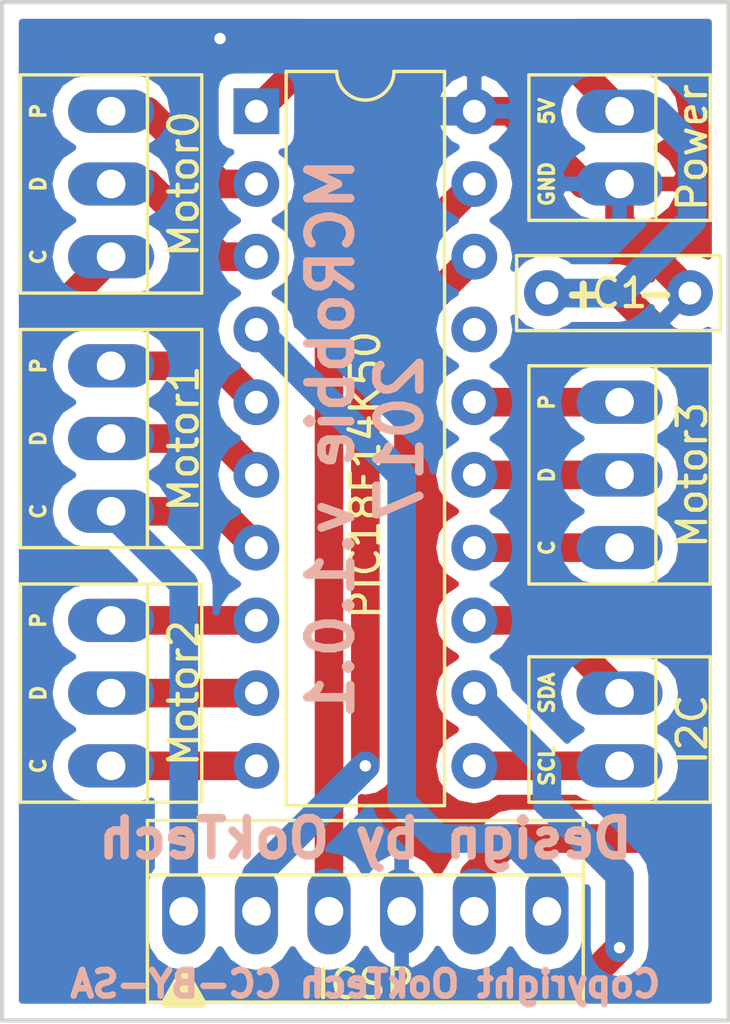
<source format=kicad_pcb>
(kicad_pcb (version 4) (host pcbnew 4.0.6)

  (general
    (links 24)
    (no_connects 0)
    (area 131.105 86.049523 157.705001 122.995)
    (thickness 1.6)
    (drawings 26)
    (tracks 73)
    (zones 0)
    (modules 9)
    (nets 20)
  )

  (page A4)
  (layers
    (0 F.Cu signal hide)
    (31 B.Cu signal hide)
    (32 B.Adhes user)
    (33 F.Adhes user)
    (34 B.Paste user)
    (35 F.Paste user)
    (36 B.SilkS user)
    (37 F.SilkS user)
    (38 B.Mask user)
    (39 F.Mask user)
    (40 Dwgs.User user)
    (41 Cmts.User user)
    (42 Eco1.User user)
    (43 Eco2.User user)
    (44 Edge.Cuts user)
    (45 Margin user)
    (46 B.CrtYd user)
    (47 F.CrtYd user)
    (48 B.Fab user)
    (49 F.Fab user)
  )

  (setup
    (last_trace_width 1)
    (trace_clearance 0.2)
    (zone_clearance 0.508)
    (zone_45_only no)
    (trace_min 0.2)
    (segment_width 0.2)
    (edge_width 0.15)
    (via_size 0.6)
    (via_drill 0.4)
    (via_min_size 0.4)
    (via_min_drill 0.3)
    (uvia_size 0.3)
    (uvia_drill 0.1)
    (uvias_allowed no)
    (uvia_min_size 0.2)
    (uvia_min_drill 0.1)
    (pcb_text_width 0.3)
    (pcb_text_size 1.5 1.5)
    (mod_edge_width 0.15)
    (mod_text_size 1 1)
    (mod_text_width 0.15)
    (pad_size 1.524 1.524)
    (pad_drill 0.762)
    (pad_to_mask_clearance 0.2)
    (aux_axis_origin 0 0)
    (visible_elements FFFFFF7F)
    (pcbplotparams
      (layerselection 0x00030_80000001)
      (usegerberextensions false)
      (excludeedgelayer true)
      (linewidth 0.100000)
      (plotframeref false)
      (viasonmask false)
      (mode 1)
      (useauxorigin false)
      (hpglpennumber 1)
      (hpglpenspeed 20)
      (hpglpendiameter 15)
      (hpglpenoverlay 2)
      (psnegative false)
      (psa4output false)
      (plotreference true)
      (plotvalue true)
      (plotinvisibletext false)
      (padsonsilk false)
      (subtractmaskfromsilk false)
      (outputformat 1)
      (mirror false)
      (drillshape 0)
      (scaleselection 1)
      (outputdirectory "MCRobbie v1.0.1.svg"))
  )

  (net 0 "")
  (net 1 "Net-(J0-Pad1)")
  (net 2 "Net-(J0-Pad2)")
  (net 3 "Net-(J0-Pad3)")
  (net 4 "Net-(J1-Pad1)")
  (net 5 "Net-(J1-Pad2)")
  (net 6 "Net-(J1-Pad3)")
  (net 7 "Net-(J2-Pad1)")
  (net 8 "Net-(J2-Pad2)")
  (net 9 "Net-(J2-Pad3)")
  (net 10 "Net-(J3-Pad1)")
  (net 11 "Net-(J3-Pad2)")
  (net 12 "Net-(J3-Pad3)")
  (net 13 "Net-(J4-Pad1)")
  (net 14 "Net-(J4-Pad2)")
  (net 15 "Net-(J5-Pad2)")
  (net 16 "Net-(J5-Pad3)")
  (net 17 GND)
  (net 18 +5V)
  (net 19 "Net-(J5-Pad6)")

  (net_class Default "This is the default net class."
    (clearance 0.2)
    (trace_width 1)
    (via_dia 0.6)
    (via_drill 0.4)
    (uvia_dia 0.3)
    (uvia_drill 0.1)
    (add_net +5V)
    (add_net GND)
    (add_net "Net-(J0-Pad1)")
    (add_net "Net-(J0-Pad2)")
    (add_net "Net-(J0-Pad3)")
    (add_net "Net-(J1-Pad1)")
    (add_net "Net-(J1-Pad2)")
    (add_net "Net-(J1-Pad3)")
    (add_net "Net-(J2-Pad1)")
    (add_net "Net-(J2-Pad2)")
    (add_net "Net-(J2-Pad3)")
    (add_net "Net-(J3-Pad1)")
    (add_net "Net-(J3-Pad2)")
    (add_net "Net-(J3-Pad3)")
    (add_net "Net-(J4-Pad1)")
    (add_net "Net-(J4-Pad2)")
    (add_net "Net-(J5-Pad2)")
    (add_net "Net-(J5-Pad3)")
    (add_net "Net-(J5-Pad6)")
  )

  (module Capacitors_THT:C_Rect_L7.0mm_W2.5mm_P5.00mm (layer F.Cu) (tedit 59456341) (tstamp 59455469)
    (at 151.13 96.52)
    (descr "C, Rect series, Radial, pin pitch=5.00mm, , length*width=7*2.5mm^2, Capacitor")
    (tags "C Rect series Radial pin pitch 5.00mm  length 7mm width 2.5mm Capacitor")
    (path /59455B56)
    (fp_text reference C1 (at 2.54 0) (layer F.SilkS)
      (effects (font (size 1 1) (thickness 0.15)))
    )
    (fp_text value "" (at 2.5 2.31) (layer F.Fab)
      (effects (font (size 1 1) (thickness 0.15)))
    )
    (fp_text user %R (at 2.54 0 180) (layer F.Fab)
      (effects (font (size 1 1) (thickness 0.15)))
    )
    (fp_line (start -1 -1.25) (end -1 1.25) (layer F.Fab) (width 0.1))
    (fp_line (start -1 1.25) (end 6 1.25) (layer F.Fab) (width 0.1))
    (fp_line (start 6 1.25) (end 6 -1.25) (layer F.Fab) (width 0.1))
    (fp_line (start 6 -1.25) (end -1 -1.25) (layer F.Fab) (width 0.1))
    (fp_line (start -1.06 -1.31) (end 6.06 -1.31) (layer F.SilkS) (width 0.12))
    (fp_line (start -1.06 1.31) (end 6.06 1.31) (layer F.SilkS) (width 0.12))
    (fp_line (start -1.06 -1.31) (end -1.06 1.31) (layer F.SilkS) (width 0.12))
    (fp_line (start 6.06 -1.31) (end 6.06 1.31) (layer F.SilkS) (width 0.12))
    (fp_line (start -1.35 -1.6) (end -1.35 1.6) (layer F.CrtYd) (width 0.05))
    (fp_line (start -1.35 1.6) (end 6.35 1.6) (layer F.CrtYd) (width 0.05))
    (fp_line (start 6.35 1.6) (end 6.35 -1.6) (layer F.CrtYd) (width 0.05))
    (fp_line (start 6.35 -1.6) (end -1.35 -1.6) (layer F.CrtYd) (width 0.05))
    (pad 1 thru_hole circle (at 0 0) (size 1.6 1.6) (drill 0.8) (layers *.Cu *.Mask)
      (net 18 +5V))
    (pad 2 thru_hole circle (at 5 0) (size 1.6 1.6) (drill 0.8) (layers *.Cu *.Mask)
      (net 17 GND))
    (model ${KISYS3DMOD}/Capacitors_THT.3dshapes/C_Rect_L7.0mm_W2.5mm_P5.00mm.wrl
      (at (xyz 0 0 0))
      (scale (xyz 1 1 1))
      (rotate (xyz 0 0 0))
    )
  )

  (module Connectors:PINHEAD1-3 (layer F.Cu) (tedit 594556F8) (tstamp 59455479)
    (at 135.89 90.17 270)
    (path /5943F1C3)
    (fp_text reference Motor0 (at 2.54 -2.54 270) (layer F.SilkS)
      (effects (font (size 1 1) (thickness 0.15)))
    )
    (fp_text value Motor0 (at 2.54 3.81 270) (layer F.Fab)
      (effects (font (size 1 1) (thickness 0.15)))
    )
    (fp_line (start -1.27 -3.17) (end -1.27 3.17) (layer F.SilkS) (width 0.12))
    (fp_line (start 6.35 -3.17) (end 6.35 3.17) (layer F.SilkS) (width 0.12))
    (fp_line (start 6.35 -1.27) (end -1.27 -1.27) (layer F.SilkS) (width 0.12))
    (fp_line (start -1.27 -3.17) (end 6.35 -3.17) (layer F.SilkS) (width 0.12))
    (fp_line (start 6.35 3.17) (end -1.27 3.17) (layer F.SilkS) (width 0.12))
    (fp_line (start -1.52 -3.42) (end 6.6 -3.42) (layer F.CrtYd) (width 0.05))
    (fp_line (start -1.52 -3.42) (end -1.52 3.42) (layer F.CrtYd) (width 0.05))
    (fp_line (start 6.6 3.42) (end 6.6 -3.42) (layer F.CrtYd) (width 0.05))
    (fp_line (start 6.6 3.42) (end -1.52 3.42) (layer F.CrtYd) (width 0.05))
    (pad 1 thru_hole oval (at 0 0 270) (size 1.51 3.01) (drill 1) (layers *.Cu *.Mask)
      (net 1 "Net-(J0-Pad1)"))
    (pad 2 thru_hole oval (at 2.54 0 270) (size 1.51 3.01) (drill 1) (layers *.Cu *.Mask)
      (net 2 "Net-(J0-Pad2)"))
    (pad 3 thru_hole oval (at 5.08 0 270) (size 1.51 3.01) (drill 1) (layers *.Cu *.Mask)
      (net 3 "Net-(J0-Pad3)"))
  )

  (module Connectors:PINHEAD1-3 (layer F.Cu) (tedit 59455704) (tstamp 59455489)
    (at 135.89 99.06 270)
    (path /5943F120)
    (fp_text reference Motor1 (at 2.54 -2.54 270) (layer F.SilkS)
      (effects (font (size 1 1) (thickness 0.15)))
    )
    (fp_text value Motor1 (at 2.54 3.81 270) (layer F.Fab)
      (effects (font (size 1 1) (thickness 0.15)))
    )
    (fp_line (start -1.27 -3.17) (end -1.27 3.17) (layer F.SilkS) (width 0.12))
    (fp_line (start 6.35 -3.17) (end 6.35 3.17) (layer F.SilkS) (width 0.12))
    (fp_line (start 6.35 -1.27) (end -1.27 -1.27) (layer F.SilkS) (width 0.12))
    (fp_line (start -1.27 -3.17) (end 6.35 -3.17) (layer F.SilkS) (width 0.12))
    (fp_line (start 6.35 3.17) (end -1.27 3.17) (layer F.SilkS) (width 0.12))
    (fp_line (start -1.52 -3.42) (end 6.6 -3.42) (layer F.CrtYd) (width 0.05))
    (fp_line (start -1.52 -3.42) (end -1.52 3.42) (layer F.CrtYd) (width 0.05))
    (fp_line (start 6.6 3.42) (end 6.6 -3.42) (layer F.CrtYd) (width 0.05))
    (fp_line (start 6.6 3.42) (end -1.52 3.42) (layer F.CrtYd) (width 0.05))
    (pad 1 thru_hole oval (at 0 0 270) (size 1.51 3.01) (drill 1) (layers *.Cu *.Mask)
      (net 4 "Net-(J1-Pad1)"))
    (pad 2 thru_hole oval (at 2.54 0 270) (size 1.51 3.01) (drill 1) (layers *.Cu *.Mask)
      (net 5 "Net-(J1-Pad2)"))
    (pad 3 thru_hole oval (at 5.08 0 270) (size 1.51 3.01) (drill 1) (layers *.Cu *.Mask)
      (net 6 "Net-(J1-Pad3)"))
  )

  (module Connectors:PINHEAD1-3 (layer F.Cu) (tedit 59455714) (tstamp 59455499)
    (at 135.89 107.95 270)
    (path /5943F174)
    (fp_text reference Motor2 (at 2.54 -2.54 270) (layer F.SilkS)
      (effects (font (size 1 1) (thickness 0.15)))
    )
    (fp_text value Motor2 (at 2.54 3.81 270) (layer F.Fab)
      (effects (font (size 1 1) (thickness 0.15)))
    )
    (fp_line (start -1.27 -3.17) (end -1.27 3.17) (layer F.SilkS) (width 0.12))
    (fp_line (start 6.35 -3.17) (end 6.35 3.17) (layer F.SilkS) (width 0.12))
    (fp_line (start 6.35 -1.27) (end -1.27 -1.27) (layer F.SilkS) (width 0.12))
    (fp_line (start -1.27 -3.17) (end 6.35 -3.17) (layer F.SilkS) (width 0.12))
    (fp_line (start 6.35 3.17) (end -1.27 3.17) (layer F.SilkS) (width 0.12))
    (fp_line (start -1.52 -3.42) (end 6.6 -3.42) (layer F.CrtYd) (width 0.05))
    (fp_line (start -1.52 -3.42) (end -1.52 3.42) (layer F.CrtYd) (width 0.05))
    (fp_line (start 6.6 3.42) (end 6.6 -3.42) (layer F.CrtYd) (width 0.05))
    (fp_line (start 6.6 3.42) (end -1.52 3.42) (layer F.CrtYd) (width 0.05))
    (pad 1 thru_hole oval (at 0 0 270) (size 1.51 3.01) (drill 1) (layers *.Cu *.Mask)
      (net 7 "Net-(J2-Pad1)"))
    (pad 2 thru_hole oval (at 2.54 0 270) (size 1.51 3.01) (drill 1) (layers *.Cu *.Mask)
      (net 8 "Net-(J2-Pad2)"))
    (pad 3 thru_hole oval (at 5.08 0 270) (size 1.51 3.01) (drill 1) (layers *.Cu *.Mask)
      (net 9 "Net-(J2-Pad3)"))
  )

  (module Connectors:PINHEAD1-3 (layer F.Cu) (tedit 5945571F) (tstamp 594554A9)
    (at 153.67 100.33 270)
    (path /5943F0DE)
    (fp_text reference Motor3 (at 2.54 -2.54 270) (layer F.SilkS)
      (effects (font (size 1 1) (thickness 0.15)))
    )
    (fp_text value Motor3 (at 2.54 3.81 270) (layer F.Fab)
      (effects (font (size 1 1) (thickness 0.15)))
    )
    (fp_line (start -1.27 -3.17) (end -1.27 3.17) (layer F.SilkS) (width 0.12))
    (fp_line (start 6.35 -3.17) (end 6.35 3.17) (layer F.SilkS) (width 0.12))
    (fp_line (start 6.35 -1.27) (end -1.27 -1.27) (layer F.SilkS) (width 0.12))
    (fp_line (start -1.27 -3.17) (end 6.35 -3.17) (layer F.SilkS) (width 0.12))
    (fp_line (start 6.35 3.17) (end -1.27 3.17) (layer F.SilkS) (width 0.12))
    (fp_line (start -1.52 -3.42) (end 6.6 -3.42) (layer F.CrtYd) (width 0.05))
    (fp_line (start -1.52 -3.42) (end -1.52 3.42) (layer F.CrtYd) (width 0.05))
    (fp_line (start 6.6 3.42) (end 6.6 -3.42) (layer F.CrtYd) (width 0.05))
    (fp_line (start 6.6 3.42) (end -1.52 3.42) (layer F.CrtYd) (width 0.05))
    (pad 1 thru_hole oval (at 0 0 270) (size 1.51 3.01) (drill 1) (layers *.Cu *.Mask)
      (net 10 "Net-(J3-Pad1)"))
    (pad 2 thru_hole oval (at 2.54 0 270) (size 1.51 3.01) (drill 1) (layers *.Cu *.Mask)
      (net 11 "Net-(J3-Pad2)"))
    (pad 3 thru_hole oval (at 5.08 0 270) (size 1.51 3.01) (drill 1) (layers *.Cu *.Mask)
      (net 12 "Net-(J3-Pad3)"))
  )

  (module Connectors:PINHEAD1-2 (layer F.Cu) (tedit 59455729) (tstamp 594554B8)
    (at 153.67 110.49 270)
    (path /5943F079)
    (fp_text reference I2C (at 1.27 -2.54 270) (layer F.SilkS)
      (effects (font (size 1 1) (thickness 0.15)))
    )
    (fp_text value I2C_Header (at 1.27 3.81 270) (layer F.Fab)
      (effects (font (size 1 1) (thickness 0.15)))
    )
    (fp_line (start 3.81 -1.27) (end -1.27 -1.27) (layer F.SilkS) (width 0.12))
    (fp_line (start 3.81 3.17) (end -1.27 3.17) (layer F.SilkS) (width 0.12))
    (fp_line (start -1.27 -3.17) (end 3.81 -3.17) (layer F.SilkS) (width 0.12))
    (fp_line (start -1.27 -3.17) (end -1.27 3.17) (layer F.SilkS) (width 0.12))
    (fp_line (start 3.81 -3.17) (end 3.81 3.17) (layer F.SilkS) (width 0.12))
    (fp_line (start -1.52 -3.42) (end 4.06 -3.42) (layer F.CrtYd) (width 0.05))
    (fp_line (start -1.52 -3.42) (end -1.52 3.42) (layer F.CrtYd) (width 0.05))
    (fp_line (start 4.06 3.42) (end 4.06 -3.42) (layer F.CrtYd) (width 0.05))
    (fp_line (start 4.06 3.42) (end -1.52 3.42) (layer F.CrtYd) (width 0.05))
    (pad 1 thru_hole oval (at 0 0 270) (size 1.51 3.01) (drill 1) (layers *.Cu *.Mask)
      (net 13 "Net-(J4-Pad1)"))
    (pad 2 thru_hole oval (at 2.54 0 270) (size 1.51 3.01) (drill 1) (layers *.Cu *.Mask)
      (net 14 "Net-(J4-Pad2)"))
  )

  (module Connectors:PINHEAD1-6 (layer F.Cu) (tedit 59455D5E) (tstamp 594554CE)
    (at 138.43 118.11)
    (path /5943F20D)
    (fp_text reference ICSP (at 6.35 2.54) (layer F.SilkS)
      (effects (font (size 1 1) (thickness 0.15)))
    )
    (fp_text value ICP_Header (at 6.35 3.81) (layer F.Fab)
      (effects (font (size 1 1) (thickness 0.15)))
    )
    (fp_line (start 6.35 3.17) (end 13.97 3.17) (layer F.SilkS) (width 0.12))
    (fp_line (start 6.35 -1.27) (end 13.97 -1.27) (layer F.SilkS) (width 0.12))
    (fp_line (start 6.35 -3.17) (end 13.97 -3.17) (layer F.SilkS) (width 0.12))
    (fp_line (start -1.27 -3.17) (end -1.27 3.17) (layer F.SilkS) (width 0.12))
    (fp_line (start 13.97 -3.17) (end 13.97 3.17) (layer F.SilkS) (width 0.12))
    (fp_line (start 6.35 -1.27) (end -1.27 -1.27) (layer F.SilkS) (width 0.12))
    (fp_line (start -1.27 -3.17) (end 6.35 -3.17) (layer F.SilkS) (width 0.12))
    (fp_line (start 6.35 3.17) (end -1.27 3.17) (layer F.SilkS) (width 0.12))
    (fp_line (start -1.52 -3.42) (end 14.22 -3.42) (layer F.CrtYd) (width 0.05))
    (fp_line (start -1.52 -3.42) (end -1.52 3.42) (layer F.CrtYd) (width 0.05))
    (fp_line (start 14.22 3.42) (end 14.22 -3.42) (layer F.CrtYd) (width 0.05))
    (fp_line (start 14.22 3.42) (end -1.52 3.42) (layer F.CrtYd) (width 0.05))
    (pad 1 thru_hole oval (at 0 0) (size 1.51 3.01) (drill 1) (layers *.Cu *.Mask)
      (net 6 "Net-(J1-Pad3)"))
    (pad 2 thru_hole oval (at 2.54 0) (size 1.51 3.01) (drill 1) (layers *.Cu *.Mask)
      (net 15 "Net-(J5-Pad2)"))
    (pad 3 thru_hole oval (at 5.08 0) (size 1.51 3.01) (drill 1) (layers *.Cu *.Mask)
      (net 16 "Net-(J5-Pad3)"))
    (pad 4 thru_hole oval (at 7.62 0) (size 1.51 3.01) (drill 1) (layers *.Cu *.Mask)
      (net 17 GND))
    (pad 5 thru_hole oval (at 10.16 0) (size 1.51 3.01) (drill 1) (layers *.Cu *.Mask)
      (net 18 +5V))
    (pad 6 thru_hole oval (at 12.7 0) (size 1.51 3.01) (drill 1) (layers *.Cu *.Mask)
      (net 19 "Net-(J5-Pad6)"))
  )

  (module Connectors:PINHEAD1-2 (layer F.Cu) (tedit 59455732) (tstamp 594554DD)
    (at 153.67 90.17 270)
    (path /59440311)
    (fp_text reference Power (at 1.27 -2.54 270) (layer F.SilkS)
      (effects (font (size 1 1) (thickness 0.15)))
    )
    (fp_text value Power_Header (at 1.27 3.81 270) (layer F.Fab)
      (effects (font (size 1 1) (thickness 0.15)))
    )
    (fp_line (start 3.81 -1.27) (end -1.27 -1.27) (layer F.SilkS) (width 0.12))
    (fp_line (start 3.81 3.17) (end -1.27 3.17) (layer F.SilkS) (width 0.12))
    (fp_line (start -1.27 -3.17) (end 3.81 -3.17) (layer F.SilkS) (width 0.12))
    (fp_line (start -1.27 -3.17) (end -1.27 3.17) (layer F.SilkS) (width 0.12))
    (fp_line (start 3.81 -3.17) (end 3.81 3.17) (layer F.SilkS) (width 0.12))
    (fp_line (start -1.52 -3.42) (end 4.06 -3.42) (layer F.CrtYd) (width 0.05))
    (fp_line (start -1.52 -3.42) (end -1.52 3.42) (layer F.CrtYd) (width 0.05))
    (fp_line (start 4.06 3.42) (end 4.06 -3.42) (layer F.CrtYd) (width 0.05))
    (fp_line (start 4.06 3.42) (end -1.52 3.42) (layer F.CrtYd) (width 0.05))
    (pad 1 thru_hole oval (at 0 0 270) (size 1.51 3.01) (drill 1) (layers *.Cu *.Mask)
      (net 18 +5V))
    (pad 2 thru_hole oval (at 2.54 0 270) (size 1.51 3.01) (drill 1) (layers *.Cu *.Mask)
      (net 17 GND))
  )

  (module Housings_DIP:DIP-20_W7.62mm (layer F.Cu) (tedit 59455CEE) (tstamp 59455505)
    (at 140.97 90.17)
    (descr "20-lead dip package, row spacing 7.62 mm (300 mils)")
    (tags "DIL DIP PDIP 2.54mm 7.62mm 300mil")
    (path /5943E6DB)
    (fp_text reference PIC18F14K50 (at 3.81 12.7 90) (layer F.SilkS)
      (effects (font (size 1 1) (thickness 0.15)))
    )
    (fp_text value PIC18F14K50 (at 3.81 25.25) (layer F.Fab)
      (effects (font (size 1 1) (thickness 0.15)))
    )
    (fp_text user %R (at 3.81 11.43) (layer F.Fab)
      (effects (font (size 1 1) (thickness 0.15)))
    )
    (fp_line (start 1.635 -1.27) (end 6.985 -1.27) (layer F.Fab) (width 0.1))
    (fp_line (start 6.985 -1.27) (end 6.985 24.13) (layer F.Fab) (width 0.1))
    (fp_line (start 6.985 24.13) (end 0.635 24.13) (layer F.Fab) (width 0.1))
    (fp_line (start 0.635 24.13) (end 0.635 -0.27) (layer F.Fab) (width 0.1))
    (fp_line (start 0.635 -0.27) (end 1.635 -1.27) (layer F.Fab) (width 0.1))
    (fp_line (start 2.81 -1.39) (end 1.04 -1.39) (layer F.SilkS) (width 0.12))
    (fp_line (start 1.04 -1.39) (end 1.04 24.25) (layer F.SilkS) (width 0.12))
    (fp_line (start 1.04 24.25) (end 6.58 24.25) (layer F.SilkS) (width 0.12))
    (fp_line (start 6.58 24.25) (end 6.58 -1.39) (layer F.SilkS) (width 0.12))
    (fp_line (start 6.58 -1.39) (end 4.81 -1.39) (layer F.SilkS) (width 0.12))
    (fp_line (start -1.1 -1.6) (end -1.1 24.4) (layer F.CrtYd) (width 0.05))
    (fp_line (start -1.1 24.4) (end 8.7 24.4) (layer F.CrtYd) (width 0.05))
    (fp_line (start 8.7 24.4) (end 8.7 -1.6) (layer F.CrtYd) (width 0.05))
    (fp_line (start 8.7 -1.6) (end -1.1 -1.6) (layer F.CrtYd) (width 0.05))
    (fp_arc (start 3.81 -1.39) (end 2.81 -1.39) (angle -180) (layer F.SilkS) (width 0.12))
    (pad 1 thru_hole rect (at 0 0) (size 1.6 1.6) (drill 0.8) (layers *.Cu *.Mask)
      (net 18 +5V))
    (pad 11 thru_hole oval (at 7.62 22.86) (size 1.6 1.6) (drill 0.8) (layers *.Cu *.Mask)
      (net 14 "Net-(J4-Pad2)"))
    (pad 2 thru_hole oval (at 0 2.54) (size 1.6 1.6) (drill 0.8) (layers *.Cu *.Mask)
      (net 1 "Net-(J0-Pad1)"))
    (pad 12 thru_hole oval (at 7.62 20.32) (size 1.6 1.6) (drill 0.8) (layers *.Cu *.Mask)
      (net 3 "Net-(J0-Pad3)"))
    (pad 3 thru_hole oval (at 0 5.08) (size 1.6 1.6) (drill 0.8) (layers *.Cu *.Mask)
      (net 2 "Net-(J0-Pad2)"))
    (pad 13 thru_hole oval (at 7.62 17.78) (size 1.6 1.6) (drill 0.8) (layers *.Cu *.Mask)
      (net 13 "Net-(J4-Pad1)"))
    (pad 4 thru_hole oval (at 0 7.62) (size 1.6 1.6) (drill 0.8) (layers *.Cu *.Mask)
      (net 19 "Net-(J5-Pad6)"))
    (pad 14 thru_hole oval (at 7.62 15.24) (size 1.6 1.6) (drill 0.8) (layers *.Cu *.Mask)
      (net 12 "Net-(J3-Pad3)"))
    (pad 5 thru_hole oval (at 0 10.16) (size 1.6 1.6) (drill 0.8) (layers *.Cu *.Mask)
      (net 4 "Net-(J1-Pad1)"))
    (pad 15 thru_hole oval (at 7.62 12.7) (size 1.6 1.6) (drill 0.8) (layers *.Cu *.Mask)
      (net 11 "Net-(J3-Pad2)"))
    (pad 6 thru_hole oval (at 0 12.7) (size 1.6 1.6) (drill 0.8) (layers *.Cu *.Mask)
      (net 5 "Net-(J1-Pad2)"))
    (pad 16 thru_hole oval (at 7.62 10.16) (size 1.6 1.6) (drill 0.8) (layers *.Cu *.Mask)
      (net 10 "Net-(J3-Pad1)"))
    (pad 7 thru_hole oval (at 0 15.24) (size 1.6 1.6) (drill 0.8) (layers *.Cu *.Mask)
      (net 6 "Net-(J1-Pad3)"))
    (pad 17 thru_hole oval (at 7.62 7.62) (size 1.6 1.6) (drill 0.8) (layers *.Cu *.Mask))
    (pad 8 thru_hole oval (at 0 17.78) (size 1.6 1.6) (drill 0.8) (layers *.Cu *.Mask)
      (net 7 "Net-(J2-Pad1)"))
    (pad 18 thru_hole oval (at 7.62 5.08) (size 1.6 1.6) (drill 0.8) (layers *.Cu *.Mask)
      (net 15 "Net-(J5-Pad2)"))
    (pad 9 thru_hole oval (at 0 20.32) (size 1.6 1.6) (drill 0.8) (layers *.Cu *.Mask)
      (net 8 "Net-(J2-Pad2)"))
    (pad 19 thru_hole oval (at 7.62 2.54) (size 1.6 1.6) (drill 0.8) (layers *.Cu *.Mask)
      (net 16 "Net-(J5-Pad3)"))
    (pad 10 thru_hole oval (at 0 22.86) (size 1.6 1.6) (drill 0.8) (layers *.Cu *.Mask)
      (net 9 "Net-(J2-Pad3)"))
    (pad 20 thru_hole oval (at 7.62 0) (size 1.6 1.6) (drill 0.8) (layers *.Cu *.Mask)
      (net 17 GND))
    (model ${KISYS3DMOD}/Housings_DIP.3dshapes/DIP-20_W7.62mm.wrl
      (at (xyz 0 0 0))
      (scale (xyz 1 1 1))
      (rotate (xyz 0 0 0))
    )
  )

  (gr_text "Copyright OokTech CC-BY-SA" (at 144.78 120.65) (layer B.SilkS)
    (effects (font (size 0.9 0.9) (thickness 0.225)) (justify mirror))
  )
  (gr_text - (at 154.94 96.52) (layer F.SilkS)
    (effects (font (size 1 1) (thickness 0.25)))
  )
  (gr_text + (at 152.4 96.52) (layer F.SilkS)
    (effects (font (size 1 1) (thickness 0.25)))
  )
  (gr_line (start 157.48 86.36) (end 132.08 86.36) (angle 90) (layer Edge.Cuts) (width 0.15))
  (gr_line (start 157.48 121.92) (end 157.48 86.36) (angle 90) (layer Edge.Cuts) (width 0.15))
  (gr_line (start 132.08 121.92) (end 157.48 121.92) (angle 90) (layer Edge.Cuts) (width 0.15))
  (gr_line (start 132.08 86.36) (end 132.08 121.92) (angle 90) (layer Edge.Cuts) (width 0.15))
  (gr_text "Design by OokTech" (at 144.78 115.57) (layer B.SilkS)
    (effects (font (size 1.3 1.3) (thickness 0.3)) (justify mirror))
  )
  (gr_text ▲ (at 138.43 120.65) (layer F.SilkS)
    (effects (font (size 1.5 1.5) (thickness 0.3)))
  )
  (gr_text "MCRobbie v.1.0.1\n2017" (at 144.78 101.6 90) (layer B.SilkS)
    (effects (font (size 1.5 1.5) (thickness 0.3)) (justify mirror))
  )
  (gr_text GND (at 151.13 92.71 90) (layer F.SilkS)
    (effects (font (size 0.5 0.5) (thickness 0.125)))
  )
  (gr_text SCL (at 151.13 113.03 90) (layer F.SilkS)
    (effects (font (size 0.5 0.5) (thickness 0.125)))
  )
  (gr_text SDA (at 151.13 110.49 90) (layer F.SilkS)
    (effects (font (size 0.5 0.5) (thickness 0.125)))
  )
  (gr_text C (at 133.35 113.03 90) (layer F.SilkS)
    (effects (font (size 0.5 0.5) (thickness 0.125)))
  )
  (gr_text C (at 133.35 104.14 90) (layer F.SilkS)
    (effects (font (size 0.5 0.5) (thickness 0.125)))
  )
  (gr_text C (at 151.13 105.41 90) (layer F.SilkS)
    (effects (font (size 0.5 0.5) (thickness 0.125)))
  )
  (gr_text D (at 151.13 102.87 90) (layer F.SilkS)
    (effects (font (size 0.5 0.5) (thickness 0.125)))
  )
  (gr_text D (at 133.35 110.49 90) (layer F.SilkS)
    (effects (font (size 0.5 0.5) (thickness 0.125)))
  )
  (gr_text D (at 133.35 101.6 90) (layer F.SilkS)
    (effects (font (size 0.5 0.5) (thickness 0.125)))
  )
  (gr_text P (at 151.13 100.33 90) (layer F.SilkS)
    (effects (font (size 0.5 0.5) (thickness 0.125)))
  )
  (gr_text P (at 133.35 107.95 90) (layer F.SilkS)
    (effects (font (size 0.5 0.5) (thickness 0.125)))
  )
  (gr_text P (at 133.35 99.06 90) (layer F.SilkS)
    (effects (font (size 0.5 0.5) (thickness 0.125)))
  )
  (gr_text C (at 133.35 95.25 90) (layer F.SilkS)
    (effects (font (size 0.5 0.5) (thickness 0.125)))
  )
  (gr_text D (at 133.35 92.71 90) (layer F.SilkS)
    (effects (font (size 0.5 0.5) (thickness 0.125)))
  )
  (gr_text P (at 133.35 90.17 90) (layer F.SilkS)
    (effects (font (size 0.5 0.5) (thickness 0.125)))
  )
  (gr_text 5V (at 151.13 90.17 90) (layer F.SilkS)
    (effects (font (size 0.5 0.5) (thickness 0.125)))
  )

  (segment (start 135.89 90.17) (end 137.16 90.17) (width 1) (layer F.Cu) (net 1))
  (segment (start 137.16 90.17) (end 139.7 92.71) (width 1) (layer F.Cu) (net 1) (tstamp 5945589B))
  (segment (start 139.7 92.71) (end 140.97 92.71) (width 1) (layer F.Cu) (net 1) (tstamp 5945589C))
  (segment (start 135.89 92.71) (end 137.16 92.71) (width 1) (layer F.Cu) (net 2))
  (segment (start 137.16 92.71) (end 139.7 95.25) (width 1) (layer F.Cu) (net 2) (tstamp 594558A0))
  (segment (start 139.7 95.25) (end 140.97 95.25) (width 1) (layer F.Cu) (net 2) (tstamp 594558A1))
  (segment (start 135.89 119.38) (end 135.89 116.84) (width 1) (layer F.Cu) (net 3))
  (segment (start 135.89 116.84) (end 133.35 114.3) (width 1) (layer F.Cu) (net 3) (tstamp 59455DB6))
  (segment (start 135.89 95.25) (end 133.35 97.79) (width 1) (layer F.Cu) (net 3))
  (segment (start 133.35 97.79) (end 133.35 114.3) (width 1) (layer F.Cu) (net 3) (tstamp 59455CAC))
  (segment (start 137.16 120.65) (end 152.4 120.65) (width 1) (layer F.Cu) (net 3) (tstamp 59455B03))
  (segment (start 152.4 120.65) (end 153.67 119.38) (width 1) (layer F.Cu) (net 3) (tstamp 59455B09))
  (via (at 153.67 119.38) (size 0.6) (drill 0.4) (layers F.Cu B.Cu) (net 3))
  (segment (start 153.67 119.38) (end 153.67 116.84) (width 1) (layer B.Cu) (net 3) (tstamp 59455B15))
  (segment (start 153.67 116.84) (end 151.13 114.3) (width 1) (layer B.Cu) (net 3) (tstamp 59455B16))
  (segment (start 151.13 114.3) (end 151.13 113.03) (width 1) (layer B.Cu) (net 3) (tstamp 59455B18))
  (segment (start 151.13 113.03) (end 148.59 110.49) (width 1) (layer B.Cu) (net 3) (tstamp 59455B1D))
  (segment (start 135.89 119.38) (end 137.16 120.65) (width 1) (layer F.Cu) (net 3) (tstamp 59455DB4))
  (segment (start 135.89 99.06) (end 139.7 99.06) (width 1) (layer F.Cu) (net 4))
  (segment (start 139.7 99.06) (end 140.97 100.33) (width 1) (layer F.Cu) (net 4) (tstamp 59455888))
  (segment (start 135.89 101.6) (end 139.7 101.6) (width 1) (layer F.Cu) (net 5))
  (segment (start 139.7 101.6) (end 140.97 102.87) (width 1) (layer F.Cu) (net 5) (tstamp 5945588B))
  (segment (start 135.89 104.14) (end 138.43 106.68) (width 1) (layer B.Cu) (net 6))
  (segment (start 138.43 106.68) (end 138.43 118.11) (width 1) (layer B.Cu) (net 6) (tstamp 59455C64))
  (segment (start 135.89 104.14) (end 139.7 104.14) (width 1) (layer F.Cu) (net 6))
  (segment (start 139.7 104.14) (end 140.97 105.41) (width 1) (layer F.Cu) (net 6) (tstamp 5945588E))
  (segment (start 135.89 107.95) (end 140.97 107.95) (width 1) (layer F.Cu) (net 7))
  (segment (start 135.89 110.49) (end 140.97 110.49) (width 1) (layer F.Cu) (net 8))
  (segment (start 135.89 113.03) (end 140.97 113.03) (width 1) (layer F.Cu) (net 9))
  (segment (start 148.59 100.33) (end 153.67 100.33) (width 1) (layer F.Cu) (net 10))
  (segment (start 148.59 102.87) (end 153.67 102.87) (width 1) (layer F.Cu) (net 11))
  (segment (start 148.59 105.41) (end 153.67 105.41) (width 1) (layer F.Cu) (net 12))
  (segment (start 148.59 107.95) (end 151.13 107.95) (width 1) (layer F.Cu) (net 13))
  (segment (start 151.13 107.95) (end 153.67 110.49) (width 1) (layer F.Cu) (net 13) (tstamp 5945587F))
  (segment (start 148.59 113.03) (end 153.67 113.03) (width 1) (layer F.Cu) (net 14))
  (segment (start 144.78 113.03) (end 144.78 99.06) (width 1) (layer F.Cu) (net 15))
  (segment (start 144.78 99.06) (end 146.05 97.79) (width 1) (layer F.Cu) (net 15) (tstamp 59455F79))
  (segment (start 140.97 118.11) (end 140.97 116.84) (width 1) (layer B.Cu) (net 15))
  (segment (start 140.97 116.84) (end 144.78 113.03) (width 1) (layer B.Cu) (net 15) (tstamp 59455AA5))
  (via (at 144.78 113.03) (size 0.6) (drill 0.4) (layers F.Cu B.Cu) (net 15))
  (segment (start 146.05 97.79) (end 148.59 95.25) (width 1) (layer F.Cu) (net 15) (tstamp 59455AB5))
  (segment (start 143.51 118.11) (end 143.51 97.79) (width 1) (layer F.Cu) (net 16))
  (segment (start 143.51 97.79) (end 148.59 92.71) (width 1) (layer F.Cu) (net 16) (tstamp 59455A8E))
  (segment (start 148.59 90.17) (end 144.78 90.17) (width 1) (layer B.Cu) (net 17))
  (via (at 139.7 87.63) (size 0.6) (drill 0.4) (layers F.Cu B.Cu) (net 17))
  (segment (start 142.24 87.63) (end 139.7 87.63) (width 1) (layer B.Cu) (net 17) (tstamp 59456053))
  (segment (start 144.78 90.17) (end 142.24 87.63) (width 1) (layer B.Cu) (net 17) (tstamp 5945604B))
  (segment (start 153.67 92.71) (end 153.67 94.06) (width 1) (layer F.Cu) (net 17))
  (segment (start 153.67 94.06) (end 156.13 96.52) (width 1) (layer F.Cu) (net 17) (tstamp 594558ED))
  (segment (start 148.59 90.17) (end 149.86 90.17) (width 1) (layer F.Cu) (net 17))
  (segment (start 149.86 90.17) (end 152.4 92.71) (width 1) (layer F.Cu) (net 17) (tstamp 594558A9))
  (segment (start 152.4 92.71) (end 153.67 92.71) (width 1) (layer F.Cu) (net 17) (tstamp 594558AA))
  (segment (start 154.94 115.57) (end 156.21 114.3) (width 1) (layer F.Cu) (net 18))
  (segment (start 156.21 99.06) (end 153.67 96.52) (width 1) (layer F.Cu) (net 18) (tstamp 594558F7))
  (segment (start 151.13 96.52) (end 153.67 96.52) (width 1) (layer F.Cu) (net 18) (tstamp 594558F8))
  (segment (start 149.86 115.57) (end 154.94 115.57) (width 1) (layer F.Cu) (net 18) (tstamp 59455904))
  (segment (start 149.86 115.57) (end 148.59 116.84) (width 1) (layer F.Cu) (net 18) (tstamp 59455901))
  (segment (start 156.21 114.3) (end 156.21 99.06) (width 1) (layer F.Cu) (net 18) (tstamp 59455C3D))
  (segment (start 153.67 90.17) (end 154.94 90.17) (width 1) (layer B.Cu) (net 18))
  (segment (start 154.94 90.17) (end 156.21 91.44) (width 1) (layer B.Cu) (net 18) (tstamp 59455BE7))
  (segment (start 153.67 96.52) (end 151.13 96.52) (width 1) (layer B.Cu) (net 18) (tstamp 59455BF0))
  (segment (start 156.21 93.98) (end 153.67 96.52) (width 1) (layer B.Cu) (net 18) (tstamp 59455BEC))
  (segment (start 156.21 91.44) (end 156.21 93.98) (width 1) (layer B.Cu) (net 18) (tstamp 59455BEB))
  (segment (start 148.59 118.11) (end 148.59 116.84) (width 1) (layer F.Cu) (net 18))
  (segment (start 140.97 90.17) (end 143.51 87.63) (width 1) (layer F.Cu) (net 18))
  (segment (start 151.13 87.63) (end 153.67 90.17) (width 1) (layer F.Cu) (net 18) (tstamp 594558A5))
  (segment (start 143.51 87.63) (end 151.13 87.63) (width 1) (layer F.Cu) (net 18) (tstamp 594558A4))
  (segment (start 151.13 118.11) (end 151.13 116.84) (width 1) (layer B.Cu) (net 19))
  (segment (start 151.13 116.84) (end 149.86 115.57) (width 1) (layer B.Cu) (net 19) (tstamp 59456706))
  (segment (start 146.05 102.87) (end 140.97 97.79) (width 1) (layer B.Cu) (net 19) (tstamp 59456716))
  (segment (start 146.05 114.3) (end 146.05 102.87) (width 1) (layer B.Cu) (net 19) (tstamp 5945670B))
  (segment (start 147.32 115.57) (end 146.05 114.3) (width 1) (layer B.Cu) (net 19) (tstamp 59456708))
  (segment (start 149.86 115.57) (end 147.32 115.57) (width 1) (layer B.Cu) (net 19) (tstamp 59456707))

  (zone (net 17) (net_name GND) (layer F.Cu) (tstamp 59455E7C) (hatch edge 0.508)
    (connect_pads (clearance 0.508))
    (min_thickness 0.254)
    (fill yes (arc_segments 16) (thermal_gap 0.508) (thermal_bridge_width 0.508))
    (polygon
      (pts
        (xy 132.08 86.36) (xy 157.48 86.36) (xy 157.48 121.92) (xy 132.08 121.92)
      )
    )
    (filled_polygon
      (pts
        (xy 147.23612 98.339151) (xy 147.547189 98.804698) (xy 147.929275 99.06) (xy 147.547189 99.315302) (xy 147.23612 99.780849)
        (xy 147.126887 100.33) (xy 147.23612 100.879151) (xy 147.547189 101.344698) (xy 147.929275 101.6) (xy 147.547189 101.855302)
        (xy 147.23612 102.320849) (xy 147.126887 102.87) (xy 147.23612 103.419151) (xy 147.547189 103.884698) (xy 147.929275 104.14)
        (xy 147.547189 104.395302) (xy 147.23612 104.860849) (xy 147.126887 105.41) (xy 147.23612 105.959151) (xy 147.547189 106.424698)
        (xy 147.929275 106.68) (xy 147.547189 106.935302) (xy 147.23612 107.400849) (xy 147.126887 107.95) (xy 147.23612 108.499151)
        (xy 147.547189 108.964698) (xy 147.929275 109.22) (xy 147.547189 109.475302) (xy 147.23612 109.940849) (xy 147.126887 110.49)
        (xy 147.23612 111.039151) (xy 147.547189 111.504698) (xy 147.929275 111.76) (xy 147.547189 112.015302) (xy 147.23612 112.480849)
        (xy 147.126887 113.03) (xy 147.23612 113.579151) (xy 147.547189 114.044698) (xy 148.012736 114.355767) (xy 148.561887 114.465)
        (xy 148.618113 114.465) (xy 149.167264 114.355767) (xy 149.452767 114.165) (xy 152.122863 114.165) (xy 152.346145 114.314193)
        (xy 152.878075 114.42) (xy 154.461925 114.42) (xy 154.490565 114.414303) (xy 154.469868 114.435) (xy 149.86 114.435)
        (xy 149.425654 114.521397) (xy 149.106955 114.734345) (xy 149.057434 114.767434) (xy 147.787434 116.037434) (xy 147.541397 116.405654)
        (xy 147.533493 116.44539) (xy 147.307249 116.783987) (xy 147.285592 116.710737) (xy 146.943076 116.287319) (xy 146.464597 116.027207)
        (xy 146.391971 116.012723) (xy 146.177 116.135317) (xy 146.177 117.983) (xy 146.197 117.983) (xy 146.197 118.237)
        (xy 146.177 118.237) (xy 146.177 118.257) (xy 145.923 118.257) (xy 145.923 118.237) (xy 145.903 118.237)
        (xy 145.903 117.983) (xy 145.923 117.983) (xy 145.923 116.135317) (xy 145.708029 116.012723) (xy 145.635403 116.027207)
        (xy 145.156924 116.287319) (xy 144.814408 116.710737) (xy 144.792751 116.783987) (xy 144.645 116.562863) (xy 144.645 114.138147)
        (xy 144.78 114.165) (xy 145.214346 114.078603) (xy 145.582566 113.832566) (xy 145.828603 113.464346) (xy 145.915 113.03)
        (xy 145.915 99.530132) (xy 146.852566 98.592566) (xy 147.214529 98.230604)
      )
    )
    (filled_polygon
      (pts
        (xy 156.77 95.225158) (xy 156.346777 95.073035) (xy 155.776546 95.100222) (xy 155.375995 95.266136) (xy 155.301861 95.512255)
        (xy 156.13 96.340395) (xy 156.144142 96.326252) (xy 156.323748 96.505858) (xy 156.309605 96.52) (xy 156.323748 96.534142)
        (xy 156.144142 96.713748) (xy 156.13 96.699605) (xy 156.115858 96.713748) (xy 155.936253 96.534143) (xy 155.950395 96.52)
        (xy 155.122255 95.691861) (xy 154.876136 95.765995) (xy 154.782271 96.027139) (xy 154.472566 95.717434) (xy 154.423045 95.684345)
        (xy 154.104346 95.471397) (xy 153.67 95.385) (xy 152.024606 95.385) (xy 151.943923 95.304176) (xy 151.416691 95.08525)
        (xy 150.845813 95.084752) (xy 150.3182 95.302757) (xy 149.97434 95.646018) (xy 150.053113 95.25) (xy 149.94388 94.700849)
        (xy 149.632811 94.235302) (xy 149.250725 93.98) (xy 149.632811 93.724698) (xy 149.94388 93.259151) (xy 149.98509 93.051971)
        (xy 151.572723 93.051971) (xy 151.587207 93.124597) (xy 151.847319 93.603076) (xy 152.270737 93.945592) (xy 152.793 94.1)
        (xy 153.543 94.1) (xy 153.543 92.837) (xy 153.797 92.837) (xy 153.797 94.1) (xy 154.547 94.1)
        (xy 155.069263 93.945592) (xy 155.492681 93.603076) (xy 155.752793 93.124597) (xy 155.767277 93.051971) (xy 155.644683 92.837)
        (xy 153.797 92.837) (xy 153.543 92.837) (xy 151.695317 92.837) (xy 151.572723 93.051971) (xy 149.98509 93.051971)
        (xy 150.053113 92.71) (xy 149.94388 92.160849) (xy 149.632811 91.695302) (xy 149.228297 91.425014) (xy 149.445134 91.322389)
        (xy 149.821041 90.907423) (xy 149.981904 90.519039) (xy 149.859915 90.297) (xy 148.717 90.297) (xy 148.717 90.317)
        (xy 148.463 90.317) (xy 148.463 90.297) (xy 147.320085 90.297) (xy 147.198096 90.519039) (xy 147.358959 90.907423)
        (xy 147.734866 91.322389) (xy 147.951703 91.425014) (xy 147.547189 91.695302) (xy 147.23612 92.160849) (xy 147.162151 92.532717)
        (xy 142.707434 96.987434) (xy 142.461397 97.355654) (xy 142.404057 97.643923) (xy 142.32388 97.240849) (xy 142.012811 96.775302)
        (xy 141.630725 96.52) (xy 142.012811 96.264698) (xy 142.32388 95.799151) (xy 142.433113 95.25) (xy 142.32388 94.700849)
        (xy 142.012811 94.235302) (xy 141.630725 93.98) (xy 142.012811 93.724698) (xy 142.32388 93.259151) (xy 142.433113 92.71)
        (xy 142.32388 92.160849) (xy 142.012811 91.695302) (xy 141.868535 91.598899) (xy 142.005317 91.573162) (xy 142.221441 91.43409)
        (xy 142.366431 91.22189) (xy 142.41744 90.97) (xy 142.41744 90.327692) (xy 143.980133 88.765) (xy 148.462998 88.765)
        (xy 148.462998 88.89937) (xy 148.240959 88.778086) (xy 147.734866 89.017611) (xy 147.358959 89.432577) (xy 147.198096 89.820961)
        (xy 147.320085 90.043) (xy 148.463 90.043) (xy 148.463 90.023) (xy 148.717 90.023) (xy 148.717 90.043)
        (xy 149.859915 90.043) (xy 149.981904 89.820961) (xy 149.821041 89.432577) (xy 149.445134 89.017611) (xy 148.939041 88.778086)
        (xy 148.717002 88.89937) (xy 148.717002 88.765) (xy 150.659868 88.765) (xy 151.583771 89.688903) (xy 151.488075 90.17)
        (xy 151.593882 90.70193) (xy 151.895197 91.152878) (xy 152.343987 91.452751) (xy 152.270737 91.474408) (xy 151.847319 91.816924)
        (xy 151.587207 92.295403) (xy 151.572723 92.368029) (xy 151.695317 92.583) (xy 153.543 92.583) (xy 153.543 92.563)
        (xy 153.797 92.563) (xy 153.797 92.583) (xy 155.644683 92.583) (xy 155.767277 92.368029) (xy 155.752793 92.295403)
        (xy 155.492681 91.816924) (xy 155.069263 91.474408) (xy 154.996013 91.452751) (xy 155.444803 91.152878) (xy 155.746118 90.70193)
        (xy 155.851925 90.17) (xy 155.746118 89.63807) (xy 155.444803 89.187122) (xy 154.993855 88.885807) (xy 154.461925 88.78)
        (xy 153.885133 88.78) (xy 152.175132 87.07) (xy 156.77 87.07)
      )
    )
    (filled_polygon
      (pts
        (xy 140.812308 88.72256) (xy 140.17 88.72256) (xy 139.934683 88.766838) (xy 139.718559 88.90591) (xy 139.573569 89.11811)
        (xy 139.52256 89.37) (xy 139.52256 90.927427) (xy 137.962566 89.367434) (xy 137.69271 89.187122) (xy 137.594346 89.121397)
        (xy 137.55461 89.113493) (xy 137.213855 88.885807) (xy 136.681925 88.78) (xy 135.098075 88.78) (xy 134.566145 88.885807)
        (xy 134.115197 89.187122) (xy 133.813882 89.63807) (xy 133.708075 90.17) (xy 133.813882 90.70193) (xy 134.115197 91.152878)
        (xy 134.544904 91.44) (xy 134.115197 91.727122) (xy 133.813882 92.17807) (xy 133.708075 92.71) (xy 133.813882 93.24193)
        (xy 134.115197 93.692878) (xy 134.544904 93.98) (xy 134.115197 94.267122) (xy 133.813882 94.71807) (xy 133.708075 95.25)
        (xy 133.803771 95.731097) (xy 132.79 96.744868) (xy 132.79 87.07) (xy 142.464867 87.07)
      )
    )
  )
  (zone (net 17) (net_name GND) (layer B.Cu) (tstamp 59455E91) (hatch edge 0.508)
    (connect_pads (clearance 0.508))
    (min_thickness 0.254)
    (fill yes (arc_segments 16) (thermal_gap 0.508) (thermal_bridge_width 0.508))
    (polygon
      (pts
        (xy 132.08 86.36) (xy 157.48 86.36) (xy 157.48 121.92) (xy 132.08 121.92)
      )
    )
    (filled_polygon
      (pts
        (xy 156.77 90.394868) (xy 155.742566 89.367434) (xy 155.47271 89.187122) (xy 155.374346 89.121397) (xy 155.33461 89.113493)
        (xy 154.993855 88.885807) (xy 154.461925 88.78) (xy 152.878075 88.78) (xy 152.346145 88.885807) (xy 151.895197 89.187122)
        (xy 151.593882 89.63807) (xy 151.488075 90.17) (xy 151.593882 90.70193) (xy 151.895197 91.152878) (xy 152.343987 91.452751)
        (xy 152.270737 91.474408) (xy 151.847319 91.816924) (xy 151.587207 92.295403) (xy 151.572723 92.368029) (xy 151.695317 92.583)
        (xy 153.543 92.583) (xy 153.543 92.563) (xy 153.797 92.563) (xy 153.797 92.583) (xy 153.817 92.583)
        (xy 153.817 92.837) (xy 153.797 92.837) (xy 153.797 94.1) (xy 154.484867 94.1) (xy 153.199868 95.385)
        (xy 152.024606 95.385) (xy 151.943923 95.304176) (xy 151.416691 95.08525) (xy 150.845813 95.084752) (xy 150.3182 95.302757)
        (xy 149.97434 95.646018) (xy 150.053113 95.25) (xy 149.94388 94.700849) (xy 149.632811 94.235302) (xy 149.250725 93.98)
        (xy 149.632811 93.724698) (xy 149.94388 93.259151) (xy 149.98509 93.051971) (xy 151.572723 93.051971) (xy 151.587207 93.124597)
        (xy 151.847319 93.603076) (xy 152.270737 93.945592) (xy 152.793 94.1) (xy 153.543 94.1) (xy 153.543 92.837)
        (xy 151.695317 92.837) (xy 151.572723 93.051971) (xy 149.98509 93.051971) (xy 150.053113 92.71) (xy 149.94388 92.160849)
        (xy 149.632811 91.695302) (xy 149.228297 91.425014) (xy 149.445134 91.322389) (xy 149.821041 90.907423) (xy 149.981904 90.519039)
        (xy 149.859915 90.297) (xy 148.717 90.297) (xy 148.717 90.317) (xy 148.463 90.317) (xy 148.463 90.297)
        (xy 147.320085 90.297) (xy 147.198096 90.519039) (xy 147.358959 90.907423) (xy 147.734866 91.322389) (xy 147.951703 91.425014)
        (xy 147.547189 91.695302) (xy 147.23612 92.160849) (xy 147.126887 92.71) (xy 147.23612 93.259151) (xy 147.547189 93.724698)
        (xy 147.929275 93.98) (xy 147.547189 94.235302) (xy 147.23612 94.700849) (xy 147.126887 95.25) (xy 147.23612 95.799151)
        (xy 147.547189 96.264698) (xy 147.929275 96.52) (xy 147.547189 96.775302) (xy 147.23612 97.240849) (xy 147.126887 97.79)
        (xy 147.23612 98.339151) (xy 147.547189 98.804698) (xy 147.929275 99.06) (xy 147.547189 99.315302) (xy 147.23612 99.780849)
        (xy 147.126887 100.33) (xy 147.23612 100.879151) (xy 147.547189 101.344698) (xy 147.929275 101.6) (xy 147.547189 101.855302)
        (xy 147.23612 102.320849) (xy 147.155943 102.723923) (xy 147.098603 102.435654) (xy 146.852566 102.067434) (xy 142.397849 97.612717)
        (xy 142.32388 97.240849) (xy 142.012811 96.775302) (xy 141.630725 96.52) (xy 142.012811 96.264698) (xy 142.32388 95.799151)
        (xy 142.433113 95.25) (xy 142.32388 94.700849) (xy 142.012811 94.235302) (xy 141.630725 93.98) (xy 142.012811 93.724698)
        (xy 142.32388 93.259151) (xy 142.433113 92.71) (xy 142.32388 92.160849) (xy 142.012811 91.695302) (xy 141.868535 91.598899)
        (xy 142.005317 91.573162) (xy 142.221441 91.43409) (xy 142.366431 91.22189) (xy 142.41744 90.97) (xy 142.41744 89.820961)
        (xy 147.198096 89.820961) (xy 147.320085 90.043) (xy 148.463 90.043) (xy 148.463 88.899371) (xy 148.717 88.899371)
        (xy 148.717 90.043) (xy 149.859915 90.043) (xy 149.981904 89.820961) (xy 149.821041 89.432577) (xy 149.445134 89.017611)
        (xy 148.939041 88.778086) (xy 148.717 88.899371) (xy 148.463 88.899371) (xy 148.240959 88.778086) (xy 147.734866 89.017611)
        (xy 147.358959 89.432577) (xy 147.198096 89.820961) (xy 142.41744 89.820961) (xy 142.41744 89.37) (xy 142.373162 89.134683)
        (xy 142.23409 88.918559) (xy 142.02189 88.773569) (xy 141.77 88.72256) (xy 140.17 88.72256) (xy 139.934683 88.766838)
        (xy 139.718559 88.90591) (xy 139.573569 89.11811) (xy 139.52256 89.37) (xy 139.52256 90.97) (xy 139.566838 91.205317)
        (xy 139.70591 91.421441) (xy 139.91811 91.566431) (xy 140.073089 91.597815) (xy 139.927189 91.695302) (xy 139.61612 92.160849)
        (xy 139.506887 92.71) (xy 139.61612 93.259151) (xy 139.927189 93.724698) (xy 140.309275 93.98) (xy 139.927189 94.235302)
        (xy 139.61612 94.700849) (xy 139.506887 95.25) (xy 139.61612 95.799151) (xy 139.927189 96.264698) (xy 140.309275 96.52)
        (xy 139.927189 96.775302) (xy 139.61612 97.240849) (xy 139.506887 97.79) (xy 139.61612 98.339151) (xy 139.927189 98.804698)
        (xy 140.309275 99.06) (xy 139.927189 99.315302) (xy 139.61612 99.780849) (xy 139.506887 100.33) (xy 139.61612 100.879151)
        (xy 139.927189 101.344698) (xy 140.309275 101.6) (xy 139.927189 101.855302) (xy 139.61612 102.320849) (xy 139.506887 102.87)
        (xy 139.61612 103.419151) (xy 139.927189 103.884698) (xy 140.309275 104.14) (xy 139.927189 104.395302) (xy 139.61612 104.860849)
        (xy 139.506887 105.41) (xy 139.61612 105.959151) (xy 139.927189 106.424698) (xy 140.309275 106.68) (xy 139.927189 106.935302)
        (xy 139.61612 107.400849) (xy 139.565 107.657846) (xy 139.565 106.68) (xy 139.478603 106.245654) (xy 139.275661 105.94193)
        (xy 139.232566 105.877433) (xy 137.976229 104.621097) (xy 138.071925 104.14) (xy 137.966118 103.60807) (xy 137.664803 103.157122)
        (xy 137.235096 102.87) (xy 137.664803 102.582878) (xy 137.966118 102.13193) (xy 138.071925 101.6) (xy 137.966118 101.06807)
        (xy 137.664803 100.617122) (xy 137.235096 100.33) (xy 137.664803 100.042878) (xy 137.966118 99.59193) (xy 138.071925 99.06)
        (xy 137.966118 98.52807) (xy 137.664803 98.077122) (xy 137.213855 97.775807) (xy 136.681925 97.67) (xy 135.098075 97.67)
        (xy 134.566145 97.775807) (xy 134.115197 98.077122) (xy 133.813882 98.52807) (xy 133.708075 99.06) (xy 133.813882 99.59193)
        (xy 134.115197 100.042878) (xy 134.544904 100.33) (xy 134.115197 100.617122) (xy 133.813882 101.06807) (xy 133.708075 101.6)
        (xy 133.813882 102.13193) (xy 134.115197 102.582878) (xy 134.544904 102.87) (xy 134.115197 103.157122) (xy 133.813882 103.60807)
        (xy 133.708075 104.14) (xy 133.813882 104.67193) (xy 134.115197 105.122878) (xy 134.566145 105.424193) (xy 135.098075 105.53)
        (xy 135.674868 105.53) (xy 136.710564 106.565697) (xy 136.681925 106.56) (xy 135.098075 106.56) (xy 134.566145 106.665807)
        (xy 134.115197 106.967122) (xy 133.813882 107.41807) (xy 133.708075 107.95) (xy 133.813882 108.48193) (xy 134.115197 108.932878)
        (xy 134.544904 109.22) (xy 134.115197 109.507122) (xy 133.813882 109.95807) (xy 133.708075 110.49) (xy 133.813882 111.02193)
        (xy 134.115197 111.472878) (xy 134.544904 111.76) (xy 134.115197 112.047122) (xy 133.813882 112.49807) (xy 133.708075 113.03)
        (xy 133.813882 113.56193) (xy 134.115197 114.012878) (xy 134.566145 114.314193) (xy 135.098075 114.42) (xy 136.681925 114.42)
        (xy 137.213855 114.314193) (xy 137.295 114.259973) (xy 137.295 116.562863) (xy 137.145807 116.786145) (xy 137.04 117.318075)
        (xy 137.04 118.901925) (xy 137.145807 119.433855) (xy 137.447122 119.884803) (xy 137.89807 120.186118) (xy 138.43 120.291925)
        (xy 138.96193 120.186118) (xy 139.412878 119.884803) (xy 139.7 119.455096) (xy 139.987122 119.884803) (xy 140.43807 120.186118)
        (xy 140.97 120.291925) (xy 141.50193 120.186118) (xy 141.952878 119.884803) (xy 142.24 119.455096) (xy 142.527122 119.884803)
        (xy 142.97807 120.186118) (xy 143.51 120.291925) (xy 144.04193 120.186118) (xy 144.492878 119.884803) (xy 144.792751 119.436013)
        (xy 144.814408 119.509263) (xy 145.156924 119.932681) (xy 145.635403 120.192793) (xy 145.708029 120.207277) (xy 145.923 120.084683)
        (xy 145.923 118.237) (xy 145.903 118.237) (xy 145.903 117.983) (xy 145.923 117.983) (xy 145.923 116.135317)
        (xy 145.708029 116.012723) (xy 145.635403 116.027207) (xy 145.156924 116.287319) (xy 144.814408 116.710737) (xy 144.792751 116.783987)
        (xy 144.492878 116.335197) (xy 144.04193 116.033882) (xy 143.51 115.928075) (xy 143.48136 115.933772) (xy 144.948204 114.466928)
        (xy 145.001397 114.734346) (xy 145.023506 114.767434) (xy 145.247434 115.102566) (xy 146.242711 116.097843) (xy 146.177 116.135317)
        (xy 146.177 117.983) (xy 146.197 117.983) (xy 146.197 118.237) (xy 146.177 118.237) (xy 146.177 120.084683)
        (xy 146.391971 120.207277) (xy 146.464597 120.192793) (xy 146.943076 119.932681) (xy 147.285592 119.509263) (xy 147.307249 119.436013)
        (xy 147.607122 119.884803) (xy 148.05807 120.186118) (xy 148.59 120.291925) (xy 149.12193 120.186118) (xy 149.572878 119.884803)
        (xy 149.86 119.455096) (xy 150.147122 119.884803) (xy 150.59807 120.186118) (xy 151.13 120.291925) (xy 151.66193 120.186118)
        (xy 152.112878 119.884803) (xy 152.414193 119.433855) (xy 152.52 118.901925) (xy 152.52 117.318075) (xy 152.514303 117.289436)
        (xy 152.535 117.310133) (xy 152.535 119.38) (xy 152.621397 119.814346) (xy 152.867434 120.182566) (xy 153.235654 120.428603)
        (xy 153.67 120.515) (xy 154.104346 120.428603) (xy 154.472566 120.182566) (xy 154.718603 119.814346) (xy 154.805 119.38)
        (xy 154.805 116.84) (xy 154.718603 116.405654) (xy 154.639534 116.287319) (xy 154.472566 116.037433) (xy 152.849436 114.414303)
        (xy 152.878075 114.42) (xy 154.461925 114.42) (xy 154.993855 114.314193) (xy 155.444803 114.012878) (xy 155.746118 113.56193)
        (xy 155.851925 113.03) (xy 155.746118 112.49807) (xy 155.444803 112.047122) (xy 155.015096 111.76) (xy 155.444803 111.472878)
        (xy 155.746118 111.02193) (xy 155.851925 110.49) (xy 155.746118 109.95807) (xy 155.444803 109.507122) (xy 154.993855 109.205807)
        (xy 154.461925 109.1) (xy 152.878075 109.1) (xy 152.346145 109.205807) (xy 151.895197 109.507122) (xy 151.593882 109.95807)
        (xy 151.488075 110.49) (xy 151.593882 111.02193) (xy 151.895197 111.472878) (xy 152.324904 111.76) (xy 151.895197 112.047122)
        (xy 151.837942 112.132809) (xy 150.017849 110.312717) (xy 149.94388 109.940849) (xy 149.632811 109.475302) (xy 149.250725 109.22)
        (xy 149.632811 108.964698) (xy 149.94388 108.499151) (xy 150.053113 107.95) (xy 149.94388 107.400849) (xy 149.632811 106.935302)
        (xy 149.250725 106.68) (xy 149.632811 106.424698) (xy 149.94388 105.959151) (xy 150.053113 105.41) (xy 149.94388 104.860849)
        (xy 149.632811 104.395302) (xy 149.250725 104.14) (xy 149.632811 103.884698) (xy 149.94388 103.419151) (xy 150.053113 102.87)
        (xy 149.94388 102.320849) (xy 149.632811 101.855302) (xy 149.250725 101.6) (xy 149.632811 101.344698) (xy 149.94388 100.879151)
        (xy 150.053113 100.33) (xy 151.488075 100.33) (xy 151.593882 100.86193) (xy 151.895197 101.312878) (xy 152.324904 101.6)
        (xy 151.895197 101.887122) (xy 151.593882 102.33807) (xy 151.488075 102.87) (xy 151.593882 103.40193) (xy 151.895197 103.852878)
        (xy 152.324904 104.14) (xy 151.895197 104.427122) (xy 151.593882 104.87807) (xy 151.488075 105.41) (xy 151.593882 105.94193)
        (xy 151.895197 106.392878) (xy 152.346145 106.694193) (xy 152.878075 106.8) (xy 154.461925 106.8) (xy 154.993855 106.694193)
        (xy 155.444803 106.392878) (xy 155.746118 105.94193) (xy 155.851925 105.41) (xy 155.746118 104.87807) (xy 155.444803 104.427122)
        (xy 155.015096 104.14) (xy 155.444803 103.852878) (xy 155.746118 103.40193) (xy 155.851925 102.87) (xy 155.746118 102.33807)
        (xy 155.444803 101.887122) (xy 155.015096 101.6) (xy 155.444803 101.312878) (xy 155.746118 100.86193) (xy 155.851925 100.33)
        (xy 155.746118 99.79807) (xy 155.444803 99.347122) (xy 154.993855 99.045807) (xy 154.461925 98.94) (xy 152.878075 98.94)
        (xy 152.346145 99.045807) (xy 151.895197 99.347122) (xy 151.593882 99.79807) (xy 151.488075 100.33) (xy 150.053113 100.33)
        (xy 149.94388 99.780849) (xy 149.632811 99.315302) (xy 149.250725 99.06) (xy 149.632811 98.804698) (xy 149.94388 98.339151)
        (xy 150.053113 97.79) (xy 149.974218 97.393368) (xy 150.316077 97.735824) (xy 150.843309 97.95475) (xy 151.414187 97.955248)
        (xy 151.9418 97.737243) (xy 152.024187 97.655) (xy 153.67 97.655) (xy 154.104346 97.568603) (xy 154.472566 97.322566)
        (xy 154.772156 97.022976) (xy 154.876136 97.274005) (xy 155.122255 97.348139) (xy 155.950395 96.52) (xy 155.936253 96.505858)
        (xy 156.115858 96.326253) (xy 156.13 96.340395) (xy 156.144142 96.326252) (xy 156.323748 96.505858) (xy 156.309605 96.52)
        (xy 156.323748 96.534142) (xy 156.144142 96.713748) (xy 156.13 96.699605) (xy 155.301861 97.527745) (xy 155.375995 97.773864)
        (xy 155.913223 97.966965) (xy 156.483454 97.939778) (xy 156.77 97.821087) (xy 156.77 121.21) (xy 132.79 121.21)
        (xy 132.79 90.17) (xy 133.708075 90.17) (xy 133.813882 90.70193) (xy 134.115197 91.152878) (xy 134.544904 91.44)
        (xy 134.115197 91.727122) (xy 133.813882 92.17807) (xy 133.708075 92.71) (xy 133.813882 93.24193) (xy 134.115197 93.692878)
        (xy 134.544904 93.98) (xy 134.115197 94.267122) (xy 133.813882 94.71807) (xy 133.708075 95.25) (xy 133.813882 95.78193)
        (xy 134.115197 96.232878) (xy 134.566145 96.534193) (xy 135.098075 96.64) (xy 136.681925 96.64) (xy 137.213855 96.534193)
        (xy 137.664803 96.232878) (xy 137.966118 95.78193) (xy 138.071925 95.25) (xy 137.966118 94.71807) (xy 137.664803 94.267122)
        (xy 137.235096 93.98) (xy 137.664803 93.692878) (xy 137.966118 93.24193) (xy 138.071925 92.71) (xy 137.966118 92.17807)
        (xy 137.664803 91.727122) (xy 137.235096 91.44) (xy 137.664803 91.152878) (xy 137.966118 90.70193) (xy 138.071925 90.17)
        (xy 137.966118 89.63807) (xy 137.664803 89.187122) (xy 137.213855 88.885807) (xy 136.681925 88.78) (xy 135.098075 88.78)
        (xy 134.566145 88.885807) (xy 134.115197 89.187122) (xy 133.813882 89.63807) (xy 133.708075 90.17) (xy 132.79 90.17)
        (xy 132.79 87.07) (xy 156.77 87.07)
      )
    )
  )
)

</source>
